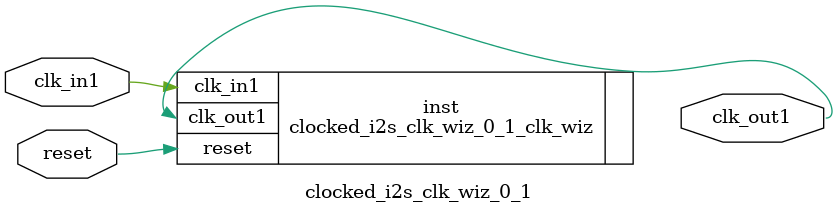
<source format=v>


`timescale 1ps/1ps

(* CORE_GENERATION_INFO = "clocked_i2s_clk_wiz_0_1,clk_wiz_v6_0_8_0_0,{component_name=clocked_i2s_clk_wiz_0_1,use_phase_alignment=true,use_min_o_jitter=false,use_max_i_jitter=false,use_dyn_phase_shift=false,use_inclk_switchover=false,use_dyn_reconfig=false,enable_axi=0,feedback_source=FDBK_AUTO,PRIMITIVE=PLL,num_out_clk=1,clkin1_period=8.000,clkin2_period=10.0,use_power_down=false,use_reset=true,use_locked=false,use_inclk_stopped=false,feedback_type=SINGLE,CLOCK_MGR_TYPE=NA,manual_override=false}" *)

module clocked_i2s_clk_wiz_0_1 
 (
  // Clock out ports
  output        clk_out1,
  // Status and control signals
  input         reset,
 // Clock in ports
  input         clk_in1
 );

  clocked_i2s_clk_wiz_0_1_clk_wiz inst
  (
  // Clock out ports  
  .clk_out1(clk_out1),
  // Status and control signals               
  .reset(reset), 
 // Clock in ports
  .clk_in1(clk_in1)
  );

endmodule

</source>
